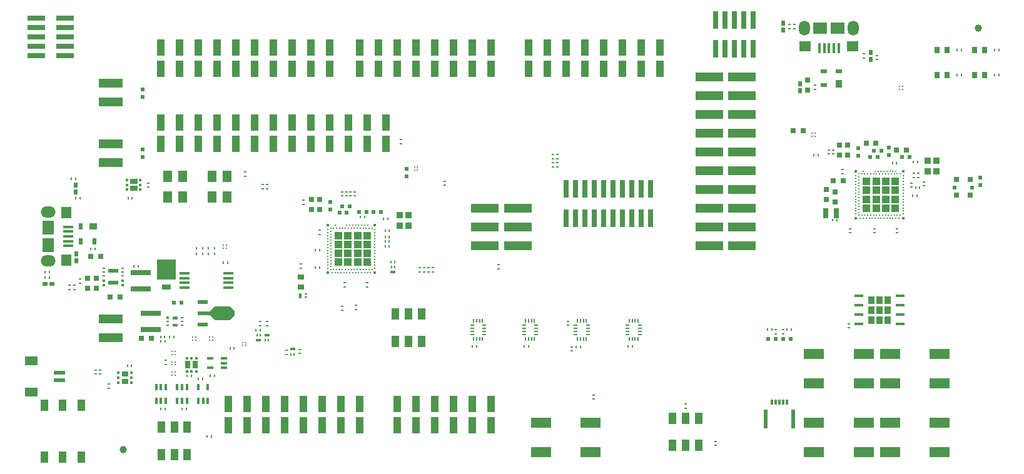
<source format=gtp>
G04*
G04 #@! TF.GenerationSoftware,Altium Limited,Altium Designer,21.3.2 (30)*
G04*
G04 Layer_Color=8421504*
%FSLAX24Y24*%
%MOIN*%
G70*
G04*
G04 #@! TF.SameCoordinates,6AA30765-9C08-4FBD-BEF0-21A24CA35A80*
G04*
G04*
G04 #@! TF.FilePolarity,Positive*
G04*
G01*
G75*
%ADD33O,0.0787X0.0591*%
G04:AMPARAMS|DCode=34|XSize=43.3mil|YSize=39.4mil|CornerRadius=3mil|HoleSize=0mil|Usage=FLASHONLY|Rotation=180.000|XOffset=0mil|YOffset=0mil|HoleType=Round|Shape=RoundedRectangle|*
%AMROUNDEDRECTD34*
21,1,0.0433,0.0335,0,0,180.0*
21,1,0.0374,0.0394,0,0,180.0*
1,1,0.0059,-0.0187,0.0167*
1,1,0.0059,0.0187,0.0167*
1,1,0.0059,0.0187,-0.0167*
1,1,0.0059,-0.0187,-0.0167*
%
%ADD34ROUNDEDRECTD34*%
%ADD35O,0.0591X0.0787*%
%ADD36R,0.0138X0.0118*%
%ADD37R,0.0138X0.0098*%
%ADD38R,0.0551X0.0197*%
%ADD39R,0.0366X0.0445*%
%ADD40R,0.0315X0.0118*%
%ADD41R,0.0197X0.0148*%
%ADD42R,0.0138X0.0138*%
%ADD43R,0.0138X0.0098*%
%ADD44R,0.0138X0.0059*%
%ADD45R,0.0108X0.0118*%
%ADD46R,0.0500X0.0300*%
%ADD47R,0.1000X0.1051*%
%ADD48R,0.0394X0.0630*%
%ADD49O,0.0551X0.0157*%
%ADD50C,0.0093*%
%ADD51O,0.0071X0.0240*%
%ADD52O,0.0240X0.0071*%
%ADD53R,0.0453X0.0177*%
%ADD54R,0.1083X0.0551*%
%ADD55R,0.0106X0.0118*%
%ADD56R,0.0118X0.0106*%
%ADD57R,0.1252X0.0500*%
%ADD58R,0.0236X0.1024*%
%ADD59R,0.0118X0.0315*%
%ADD60R,0.0256X0.0197*%
%ADD61R,0.0335X0.0394*%
%ADD62R,0.0335X0.0236*%
%ADD63R,0.0315X0.0295*%
%ADD64R,0.0472X0.0630*%
%ADD65R,0.0299X0.0945*%
%ADD66R,0.1500X0.0500*%
%ADD67R,0.0402X0.0862*%
%ADD68R,0.0394X0.0591*%
%ADD69R,0.0394X0.0335*%
%ADD70R,0.0236X0.0335*%
%ADD71R,0.0551X0.0630*%
%ADD72R,0.0610X0.0748*%
%ADD73R,0.0531X0.0157*%
%ADD74C,0.0394*%
%ADD75R,0.0295X0.0315*%
%ADD76R,0.0709X0.0472*%
%ADD77R,0.0610X0.0236*%
%ADD78R,0.0098X0.0157*%
%ADD79R,0.0276X0.0157*%
%ADD80R,0.0138X0.0354*%
%ADD81R,0.1063X0.0315*%
%ADD82R,0.0177X0.0165*%
%ADD83R,0.0362X0.0280*%
%ADD84R,0.0217X0.0236*%
%ADD85R,0.0138X0.0098*%
%ADD86R,0.0138X0.0059*%
%ADD87R,0.0551X0.0236*%
%ADD88R,0.0669X0.0236*%
%ADD89R,0.0098X0.0142*%
%ADD90R,0.0300X0.0320*%
%ADD91R,0.0197X0.0236*%
%ADD92R,0.0283X0.0413*%
%ADD93R,0.0315X0.0295*%
%ADD94R,0.0228X0.0197*%
%ADD95R,0.0320X0.0300*%
%ADD96R,0.0157X0.0098*%
%ADD97R,0.0157X0.0276*%
%ADD98C,0.0167*%
%ADD99C,0.0098*%
%ADD100R,0.0295X0.0551*%
%ADD101R,0.0236X0.0197*%
%ADD102R,0.0335X0.0374*%
%ADD103R,0.0413X0.0283*%
%ADD104R,0.0118X0.0138*%
%ADD105R,0.0157X0.0531*%
%ADD106R,0.0748X0.0610*%
%ADD107R,0.0630X0.0551*%
%ADD108R,0.0354X0.0138*%
%ADD109R,0.0945X0.0299*%
%ADD110R,0.0197X0.0256*%
G36*
X11334Y8518D02*
Y8282D01*
X11078Y8026D01*
X10291D01*
X10035Y8282D01*
Y8518D01*
X10291Y8774D01*
X11078D01*
X11334Y8518D01*
D02*
G37*
D33*
X1400Y11201D02*
D03*
Y13799D02*
D03*
D34*
X46546Y14011D02*
D03*
X46034D02*
D03*
X45523D02*
D03*
X45011D02*
D03*
Y14484D02*
D03*
X45523D02*
D03*
X46034D02*
D03*
X46546D02*
D03*
X45011Y14956D02*
D03*
X45523D02*
D03*
X46034D02*
D03*
X46546D02*
D03*
X45011Y15429D02*
D03*
X45523D02*
D03*
X46034D02*
D03*
X46546D02*
D03*
X18396Y11121D02*
D03*
X17884D02*
D03*
X17372D02*
D03*
X16861D02*
D03*
Y11594D02*
D03*
X17372D02*
D03*
X17884D02*
D03*
X18396D02*
D03*
X16861Y12066D02*
D03*
X17372D02*
D03*
X17884D02*
D03*
X18396D02*
D03*
X16861Y12539D02*
D03*
X17372D02*
D03*
X17884D02*
D03*
X18396D02*
D03*
D35*
X44303Y23600D02*
D03*
X41704D02*
D03*
D36*
X4360Y9887D02*
D03*
Y10143D02*
D03*
X5360D02*
D03*
Y9887D02*
D03*
X9292Y5308D02*
D03*
X9036D02*
D03*
X8780D02*
D03*
Y5997D02*
D03*
X9036D02*
D03*
X9292D02*
D03*
D37*
X5360Y10399D02*
D03*
Y10596D02*
D03*
Y10793D02*
D03*
X4360D02*
D03*
Y10596D02*
D03*
Y10399D02*
D03*
D38*
X4860Y10025D02*
D03*
Y10655D02*
D03*
D39*
X46138Y8046D02*
D03*
Y8570D02*
D03*
Y9094D02*
D03*
X45693Y8046D02*
D03*
Y8570D02*
D03*
Y9094D02*
D03*
X45248Y8046D02*
D03*
Y8570D02*
D03*
Y9094D02*
D03*
D40*
X8160Y8137D02*
D03*
X8160Y7783D02*
D03*
D41*
X8160Y8162D02*
D03*
Y7758D02*
D03*
D42*
X7776Y8177D02*
D03*
D43*
Y7960D02*
D03*
Y7763D02*
D03*
X8544D02*
D03*
Y7960D02*
D03*
Y8157D02*
D03*
D44*
X4360Y10793D02*
D03*
Y10596D02*
D03*
Y10399D02*
D03*
X5360D02*
D03*
Y10596D02*
D03*
Y10793D02*
D03*
D45*
X4360Y10143D02*
D03*
Y9887D02*
D03*
X5360D02*
D03*
Y10143D02*
D03*
D46*
X7680Y9810D02*
D03*
D47*
Y10736D02*
D03*
D48*
X8809Y2328D02*
D03*
X8120D02*
D03*
X7431D02*
D03*
Y872D02*
D03*
X8120D02*
D03*
X8809D02*
D03*
X34677Y1354D02*
D03*
X35366D02*
D03*
X36055D02*
D03*
Y2811D02*
D03*
X35366D02*
D03*
X34677D02*
D03*
X19910Y6913D02*
D03*
X20599D02*
D03*
X21288D02*
D03*
Y8370D02*
D03*
X20599D02*
D03*
X19910D02*
D03*
D49*
X10981Y9766D02*
D03*
Y10022D02*
D03*
Y10278D02*
D03*
Y10534D02*
D03*
X8659Y9766D02*
D03*
Y10022D02*
D03*
Y10278D02*
D03*
Y10534D02*
D03*
D50*
X11779Y6845D02*
D03*
X11937D02*
D03*
X11779Y6687D02*
D03*
X11937D02*
D03*
X20921Y16031D02*
D03*
Y16189D02*
D03*
X21079Y16031D02*
D03*
Y16189D02*
D03*
X10741Y11871D02*
D03*
Y12029D02*
D03*
X10899Y11871D02*
D03*
Y12029D02*
D03*
X42111Y17851D02*
D03*
Y18009D02*
D03*
X42269Y17851D02*
D03*
Y18009D02*
D03*
X7991Y5259D02*
D03*
X8149D02*
D03*
X7991Y5101D02*
D03*
X8149D02*
D03*
X7991Y5814D02*
D03*
X8149D02*
D03*
X7991Y5656D02*
D03*
X8149D02*
D03*
X9259Y6961D02*
D03*
X9101D02*
D03*
X9259Y7119D02*
D03*
X9101D02*
D03*
X7991Y6369D02*
D03*
X8149D02*
D03*
X7991Y6211D02*
D03*
X8149D02*
D03*
X10149Y6961D02*
D03*
X9991D02*
D03*
X10149Y7119D02*
D03*
X9991D02*
D03*
X46929Y20351D02*
D03*
X46771D02*
D03*
X46929Y20509D02*
D03*
X46771D02*
D03*
D51*
X27310Y7034D02*
D03*
X27152D02*
D03*
X26995D02*
D03*
X26837D02*
D03*
Y7999D02*
D03*
X26995D02*
D03*
X27152D02*
D03*
X27310D02*
D03*
X32836Y7034D02*
D03*
X32679D02*
D03*
X32521D02*
D03*
X32364D02*
D03*
Y7999D02*
D03*
X32521D02*
D03*
X32679D02*
D03*
X32836D02*
D03*
X30073Y7034D02*
D03*
X29915D02*
D03*
X29758D02*
D03*
X29600D02*
D03*
Y7999D02*
D03*
X29758D02*
D03*
X29915D02*
D03*
X30073D02*
D03*
X24546Y7034D02*
D03*
X24389D02*
D03*
X24231D02*
D03*
X24074D02*
D03*
Y7999D02*
D03*
X24231D02*
D03*
X24389D02*
D03*
X24546D02*
D03*
D52*
X26749Y7280D02*
D03*
Y7437D02*
D03*
Y7595D02*
D03*
Y7752D02*
D03*
X27398D02*
D03*
Y7595D02*
D03*
Y7437D02*
D03*
Y7280D02*
D03*
X32275D02*
D03*
Y7437D02*
D03*
Y7595D02*
D03*
Y7752D02*
D03*
X32925D02*
D03*
Y7595D02*
D03*
Y7437D02*
D03*
Y7280D02*
D03*
X29512D02*
D03*
Y7437D02*
D03*
Y7595D02*
D03*
Y7752D02*
D03*
X30161D02*
D03*
Y7595D02*
D03*
Y7437D02*
D03*
Y7280D02*
D03*
X23985D02*
D03*
Y7437D02*
D03*
Y7595D02*
D03*
Y7752D02*
D03*
X24635D02*
D03*
Y7595D02*
D03*
Y7437D02*
D03*
Y7280D02*
D03*
D53*
X46784Y7820D02*
D03*
Y8320D02*
D03*
Y8820D02*
D03*
Y9320D02*
D03*
X44602Y7820D02*
D03*
Y8320D02*
D03*
Y8820D02*
D03*
Y9320D02*
D03*
D54*
X30309Y985D02*
D03*
Y2560D02*
D03*
X27651Y985D02*
D03*
Y2560D02*
D03*
X48904Y985D02*
D03*
Y2560D02*
D03*
X46247Y985D02*
D03*
Y2560D02*
D03*
X44864Y985D02*
D03*
Y2560D02*
D03*
X42207Y985D02*
D03*
Y2560D02*
D03*
X46247Y6232D02*
D03*
Y4657D02*
D03*
X48904Y6232D02*
D03*
Y4657D02*
D03*
X42207Y6232D02*
D03*
Y4657D02*
D03*
X44864Y6232D02*
D03*
Y4657D02*
D03*
D55*
X39728Y7530D02*
D03*
X39952D02*
D03*
X47478Y14670D02*
D03*
X47702D02*
D03*
X19648Y11150D02*
D03*
X19872D02*
D03*
X47839Y15117D02*
D03*
X47615D02*
D03*
X19347Y12800D02*
D03*
X19571D02*
D03*
X12474Y7486D02*
D03*
X12699D02*
D03*
X19347Y12220D02*
D03*
X19571D02*
D03*
X47722Y16462D02*
D03*
X47497D02*
D03*
X19571Y11958D02*
D03*
X19347D02*
D03*
X19493Y13451D02*
D03*
X19268D02*
D03*
X15861Y11781D02*
D03*
X15636D02*
D03*
X15636Y10846D02*
D03*
X15861D02*
D03*
X18260Y13523D02*
D03*
X18035D02*
D03*
X19571Y12470D02*
D03*
X19347D02*
D03*
X43420Y13352D02*
D03*
X43196D02*
D03*
X40778Y7530D02*
D03*
X41002D02*
D03*
X32298Y6620D02*
D03*
X32522D02*
D03*
X42422Y16840D02*
D03*
X42198D02*
D03*
X8102Y7120D02*
D03*
X7878D02*
D03*
X7612Y7120D02*
D03*
X7388D02*
D03*
X8528Y3310D02*
D03*
X8752D02*
D03*
X10028Y5070D02*
D03*
X10252D02*
D03*
X9408Y4890D02*
D03*
X9632D02*
D03*
X7408Y3310D02*
D03*
X7632D02*
D03*
X10952Y11100D02*
D03*
X10728D02*
D03*
X5958Y10910D02*
D03*
X6182D02*
D03*
X7398Y6900D02*
D03*
X7622D02*
D03*
X1246Y10310D02*
D03*
X1471D02*
D03*
X3664Y11840D02*
D03*
X3888D02*
D03*
X2852Y15560D02*
D03*
X2628D02*
D03*
X3082Y14520D02*
D03*
X2858D02*
D03*
X29749Y6600D02*
D03*
X29524D02*
D03*
X24222Y6620D02*
D03*
X23998D02*
D03*
X26996D02*
D03*
X26771D02*
D03*
X46607Y16413D02*
D03*
X46383D02*
D03*
X10092Y1820D02*
D03*
X9868D02*
D03*
X11312Y6540D02*
D03*
X11088D02*
D03*
X5842Y5610D02*
D03*
X5618D02*
D03*
X1246Y10590D02*
D03*
X1471D02*
D03*
X52051Y21087D02*
D03*
X51826D02*
D03*
X50051D02*
D03*
X49826D02*
D03*
X52051Y22447D02*
D03*
X51826D02*
D03*
X50051D02*
D03*
X49826D02*
D03*
X5872Y14540D02*
D03*
X5648D02*
D03*
X9022Y5060D02*
D03*
X8798D02*
D03*
D56*
X40166Y7533D02*
D03*
Y7308D02*
D03*
X28300Y16862D02*
D03*
Y16638D02*
D03*
X17802Y8818D02*
D03*
Y8594D02*
D03*
X48070Y15410D02*
D03*
Y15186D02*
D03*
X13060Y15028D02*
D03*
Y15252D02*
D03*
X11910Y15932D02*
D03*
Y15708D02*
D03*
X15000Y14198D02*
D03*
Y14422D02*
D03*
X18406Y9799D02*
D03*
Y10023D02*
D03*
X13050Y7728D02*
D03*
Y7952D02*
D03*
X14800Y6482D02*
D03*
Y6258D02*
D03*
X14100Y6432D02*
D03*
Y6208D02*
D03*
X12700Y7728D02*
D03*
Y7952D02*
D03*
X15857Y12604D02*
D03*
Y12828D02*
D03*
X17186Y9799D02*
D03*
Y10023D02*
D03*
X17048Y8559D02*
D03*
Y8784D02*
D03*
X45435Y12913D02*
D03*
Y12688D02*
D03*
X44115Y12913D02*
D03*
Y12688D02*
D03*
X46615D02*
D03*
Y12913D02*
D03*
X28520Y16432D02*
D03*
Y16208D02*
D03*
X28300Y16432D02*
D03*
Y16208D02*
D03*
X4630Y4408D02*
D03*
Y4632D02*
D03*
X7650Y5902D02*
D03*
Y5678D02*
D03*
X3929Y5158D02*
D03*
Y5382D02*
D03*
X4149D02*
D03*
Y5158D02*
D03*
X3090Y10222D02*
D03*
Y9998D02*
D03*
X2800Y9892D02*
D03*
Y9668D02*
D03*
X25400Y11002D02*
D03*
Y10778D02*
D03*
X41157Y23791D02*
D03*
Y23567D02*
D03*
X43010Y16888D02*
D03*
Y17112D02*
D03*
X43230Y16888D02*
D03*
Y17112D02*
D03*
X36950Y1358D02*
D03*
Y1582D02*
D03*
X29090Y7982D02*
D03*
Y7758D02*
D03*
X40564Y7308D02*
D03*
Y7533D02*
D03*
X35370Y3562D02*
D03*
Y3338D02*
D03*
X21890Y10598D02*
D03*
Y10822D02*
D03*
X21653Y10598D02*
D03*
Y10822D02*
D03*
X21417Y10598D02*
D03*
Y10822D02*
D03*
X28520Y16862D02*
D03*
Y16638D02*
D03*
X21180Y10598D02*
D03*
Y10822D02*
D03*
X17730Y14658D02*
D03*
Y14882D02*
D03*
X17510Y14658D02*
D03*
Y14882D02*
D03*
X17290Y14658D02*
D03*
Y14882D02*
D03*
X17070Y14658D02*
D03*
Y14882D02*
D03*
X22520Y15442D02*
D03*
Y15218D02*
D03*
X2520Y9678D02*
D03*
Y9902D02*
D03*
X40887Y23567D02*
D03*
Y23791D02*
D03*
X42254Y20572D02*
D03*
Y20347D02*
D03*
X45570Y21918D02*
D03*
Y22142D02*
D03*
X44867Y22222D02*
D03*
Y21997D02*
D03*
X44063Y7842D02*
D03*
Y7618D02*
D03*
X47531Y15651D02*
D03*
Y15876D02*
D03*
X43731Y16053D02*
D03*
Y15828D02*
D03*
X47393Y15120D02*
D03*
Y15344D02*
D03*
X47747Y15876D02*
D03*
Y15651D02*
D03*
X20200Y17428D02*
D03*
Y17652D02*
D03*
X14850Y10798D02*
D03*
Y11022D02*
D03*
X29310Y6612D02*
D03*
Y6388D02*
D03*
X12830Y15252D02*
D03*
Y15028D02*
D03*
X30470Y4042D02*
D03*
Y3818D02*
D03*
X6740Y15342D02*
D03*
Y15118D02*
D03*
D57*
X4724Y17429D02*
D03*
Y16429D02*
D03*
Y8090D02*
D03*
Y7090D02*
D03*
Y20657D02*
D03*
Y19657D02*
D03*
D58*
X41112Y2767D02*
D03*
X39616D02*
D03*
D59*
X40560Y3673D02*
D03*
X40364D02*
D03*
X40167D02*
D03*
X39970D02*
D03*
X40757D02*
D03*
D60*
X1613Y9967D02*
D03*
X1239D02*
D03*
D61*
X43526Y20634D02*
D03*
D62*
Y21303D02*
D03*
X42719D02*
D03*
Y20555D02*
D03*
D63*
X41864Y20825D02*
D03*
Y20294D02*
D03*
X43338Y14858D02*
D03*
Y14326D02*
D03*
X15414Y14480D02*
D03*
Y13948D02*
D03*
X15857Y14480D02*
D03*
Y13948D02*
D03*
X44007Y16838D02*
D03*
Y17370D02*
D03*
X42875Y14484D02*
D03*
Y15015D02*
D03*
X43564Y17370D02*
D03*
Y16838D02*
D03*
X3970Y9724D02*
D03*
Y10256D02*
D03*
X3500Y9724D02*
D03*
Y10256D02*
D03*
D64*
X7775Y15711D02*
D03*
X8563Y14609D02*
D03*
X7775D02*
D03*
X10137D02*
D03*
X10925D02*
D03*
X8563Y15711D02*
D03*
X10137D02*
D03*
X10925D02*
D03*
D65*
X29000Y15018D02*
D03*
X29500D02*
D03*
X30000D02*
D03*
X30500D02*
D03*
X31000D02*
D03*
X29000Y13482D02*
D03*
X29500D02*
D03*
X30000D02*
D03*
X30500D02*
D03*
X31000D02*
D03*
X33500D02*
D03*
X33000D02*
D03*
X32500D02*
D03*
X32000D02*
D03*
X31500D02*
D03*
X33500Y15018D02*
D03*
X33000D02*
D03*
X32500D02*
D03*
X32000D02*
D03*
X31500D02*
D03*
X38970Y22502D02*
D03*
X38470D02*
D03*
X37970D02*
D03*
X37470D02*
D03*
X36970D02*
D03*
X38970Y24038D02*
D03*
X38470D02*
D03*
X37970D02*
D03*
X37470D02*
D03*
X36970D02*
D03*
D66*
X38375Y12000D02*
D03*
X36625D02*
D03*
X38375Y14000D02*
D03*
X36625D02*
D03*
X38375Y16000D02*
D03*
X36625D02*
D03*
X38375Y17000D02*
D03*
X36625D02*
D03*
X38375Y18000D02*
D03*
X36625D02*
D03*
X38375Y19000D02*
D03*
X36625D02*
D03*
X38375Y20000D02*
D03*
X36625D02*
D03*
X38375Y21000D02*
D03*
X36625D02*
D03*
Y15000D02*
D03*
X38375D02*
D03*
X36625Y13000D02*
D03*
X38375D02*
D03*
X26425Y12000D02*
D03*
X24675D02*
D03*
X26425Y13000D02*
D03*
X24675D02*
D03*
X26425Y14000D02*
D03*
X24675D02*
D03*
D67*
X31000Y21423D02*
D03*
Y22577D02*
D03*
X27000Y21423D02*
D03*
X30000D02*
D03*
X29000Y21423D02*
D03*
X34000Y21423D02*
D03*
X33000D02*
D03*
X27000Y22577D02*
D03*
X30000D02*
D03*
X29000D02*
D03*
X34000D02*
D03*
X33000D02*
D03*
X28000Y21423D02*
D03*
X32000D02*
D03*
X28000Y22577D02*
D03*
X32000D02*
D03*
X7400Y21423D02*
D03*
X13400D02*
D03*
X7400Y22577D02*
D03*
X13400D02*
D03*
X8400Y21423D02*
D03*
X9400Y21423D02*
D03*
X11400D02*
D03*
X12400D02*
D03*
X15400D02*
D03*
X16400D02*
D03*
X8400Y22577D02*
D03*
X9400D02*
D03*
X11400D02*
D03*
X12400D02*
D03*
X15400D02*
D03*
X16400D02*
D03*
X10400Y21423D02*
D03*
X14400Y21423D02*
D03*
X10400Y22577D02*
D03*
X14400D02*
D03*
X14000Y3577D02*
D03*
Y2423D02*
D03*
X18000Y3577D02*
D03*
X15000D02*
D03*
X16000Y3577D02*
D03*
X11000Y3577D02*
D03*
X12000D02*
D03*
X18000Y2423D02*
D03*
X15000D02*
D03*
X16000D02*
D03*
X11000D02*
D03*
X12000D02*
D03*
X17000Y3577D02*
D03*
X13000D02*
D03*
X17000Y2423D02*
D03*
X13000D02*
D03*
X23000Y3577D02*
D03*
X23000Y2423D02*
D03*
X25000Y3577D02*
D03*
X24000D02*
D03*
X21000D02*
D03*
X20000D02*
D03*
X25000Y2423D02*
D03*
X24000D02*
D03*
X21000D02*
D03*
X20000D02*
D03*
X22000Y3577D02*
D03*
Y2423D02*
D03*
X15400Y18577D02*
D03*
Y17423D02*
D03*
X16400Y18577D02*
D03*
Y17423D02*
D03*
X7400D02*
D03*
Y18577D02*
D03*
X11400D02*
D03*
Y17423D02*
D03*
X12400Y18577D02*
D03*
Y17423D02*
D03*
X10400Y18577D02*
D03*
Y17423D02*
D03*
X9400Y18577D02*
D03*
Y17423D02*
D03*
X8400D02*
D03*
Y18577D02*
D03*
X14400Y17423D02*
D03*
Y18577D02*
D03*
X13400Y17423D02*
D03*
Y18577D02*
D03*
X17400Y17423D02*
D03*
Y18577D02*
D03*
X18400Y17423D02*
D03*
Y18577D02*
D03*
X19400Y17423D02*
D03*
Y18577D02*
D03*
X22000Y21423D02*
D03*
Y22577D02*
D03*
X18000Y21423D02*
D03*
X21000D02*
D03*
X20000Y21423D02*
D03*
X25000Y21423D02*
D03*
X24000D02*
D03*
X18000Y22577D02*
D03*
X21000D02*
D03*
X20000D02*
D03*
X25000D02*
D03*
X24000D02*
D03*
X19000Y21423D02*
D03*
X23000D02*
D03*
X19000Y22577D02*
D03*
X23000D02*
D03*
D68*
X3160Y732D02*
D03*
X1192D02*
D03*
X2176D02*
D03*
Y3488D02*
D03*
X1192D02*
D03*
X3160D02*
D03*
D69*
X3791Y13034D02*
D03*
D70*
X3122D02*
D03*
Y12226D02*
D03*
X3870D02*
D03*
D71*
X2365Y13760D02*
D03*
Y11240D02*
D03*
D72*
X1400Y12028D02*
D03*
Y12972D02*
D03*
D73*
X2454Y11988D02*
D03*
Y12244D02*
D03*
Y13012D02*
D03*
Y12756D02*
D03*
Y12500D02*
D03*
D74*
X50973Y23600D02*
D03*
X5411Y1120D02*
D03*
D75*
X3660Y11440D02*
D03*
X4192D02*
D03*
X43229Y15468D02*
D03*
X43761D02*
D03*
X47137Y17112D02*
D03*
X46605D02*
D03*
X45513Y17466D02*
D03*
X44981D02*
D03*
X41626Y18140D02*
D03*
X41094D02*
D03*
X5226Y9280D02*
D03*
X4694D02*
D03*
X6886Y7070D02*
D03*
X6354D02*
D03*
D76*
X484Y4203D02*
D03*
Y5857D02*
D03*
D77*
X2010Y4833D02*
D03*
Y5227D02*
D03*
D78*
X12521Y7238D02*
D03*
X12699D02*
D03*
X13139Y6962D02*
D03*
X12961D02*
D03*
X14509Y6212D02*
D03*
X14331D02*
D03*
X19686Y10880D02*
D03*
X19863D02*
D03*
D79*
X12610Y6962D02*
D03*
X13050Y7238D02*
D03*
X14420Y6488D02*
D03*
X19775Y10605D02*
D03*
D80*
X9394Y4474D02*
D03*
X9906D02*
D03*
Y3726D02*
D03*
X9650D02*
D03*
X9394D02*
D03*
X8786Y3726D02*
D03*
X8530D02*
D03*
X8274D02*
D03*
Y4474D02*
D03*
X8530D02*
D03*
X8786D02*
D03*
X7666Y3726D02*
D03*
X7410D02*
D03*
X7154D02*
D03*
Y4474D02*
D03*
X7410D02*
D03*
X7666D02*
D03*
D81*
X6850Y8413D02*
D03*
Y7547D02*
D03*
X6340Y9687D02*
D03*
Y10553D02*
D03*
D82*
X5124Y5226D02*
D03*
Y4970D02*
D03*
Y4714D02*
D03*
X5836D02*
D03*
Y4970D02*
D03*
Y5226D02*
D03*
D83*
X5480Y5157D02*
D03*
Y4783D02*
D03*
D84*
X6430Y20327D02*
D03*
Y19933D02*
D03*
Y16742D02*
D03*
Y17136D02*
D03*
D85*
X7776Y8177D02*
D03*
D86*
Y7960D02*
D03*
Y7763D02*
D03*
X8544D02*
D03*
Y7960D02*
D03*
Y8157D02*
D03*
D87*
X9641Y8991D02*
D03*
Y7809D02*
D03*
D88*
X9700Y8400D02*
D03*
D89*
X10260Y11553D02*
D03*
Y11884D02*
D03*
X9940Y11553D02*
D03*
Y11884D02*
D03*
X9300Y11553D02*
D03*
Y11884D02*
D03*
X9620Y11553D02*
D03*
Y11884D02*
D03*
D90*
X51313Y21087D02*
D03*
X50763D02*
D03*
X49313D02*
D03*
X48763D02*
D03*
X51313Y22447D02*
D03*
X50763D02*
D03*
X49313D02*
D03*
X48763D02*
D03*
D91*
X20490Y15703D02*
D03*
Y16097D02*
D03*
X51050Y15637D02*
D03*
Y15243D02*
D03*
X16428Y13926D02*
D03*
Y14320D02*
D03*
X44578Y16816D02*
D03*
Y17210D02*
D03*
X46202Y16836D02*
D03*
Y17230D02*
D03*
D92*
X9229Y5652D02*
D03*
X8843D02*
D03*
D93*
X49793Y14711D02*
D03*
Y15518D02*
D03*
X50541D02*
D03*
Y14711D02*
D03*
D94*
X49710Y15115D02*
D03*
X50623D02*
D03*
D95*
X14850Y10335D02*
D03*
Y9785D02*
D03*
D96*
X15118Y9439D02*
D03*
Y9261D02*
D03*
D97*
X14842Y9350D02*
D03*
D98*
X44440Y15980D02*
D03*
Y13460D02*
D03*
X46960D02*
D03*
Y15980D02*
D03*
X16290Y13090D02*
D03*
Y10570D02*
D03*
X18809D02*
D03*
Y13090D02*
D03*
D99*
X46566Y15980D02*
D03*
X46723Y13460D02*
D03*
X46566D02*
D03*
X46802Y13618D02*
D03*
Y15822D02*
D03*
X44440Y13696D02*
D03*
X46409Y13460D02*
D03*
X46251D02*
D03*
X46094D02*
D03*
X45936D02*
D03*
X45779D02*
D03*
X45621D02*
D03*
X45464D02*
D03*
X45306D02*
D03*
X45149D02*
D03*
X44991D02*
D03*
X44834D02*
D03*
X44676D02*
D03*
X46645Y13618D02*
D03*
X46487D02*
D03*
X46330D02*
D03*
X46172D02*
D03*
X46015D02*
D03*
X45857D02*
D03*
X45700D02*
D03*
X45542D02*
D03*
X45385D02*
D03*
X45227D02*
D03*
X45070D02*
D03*
X44912D02*
D03*
X44755D02*
D03*
X44597D02*
D03*
Y13775D02*
D03*
Y13933D02*
D03*
X44440Y13854D02*
D03*
Y14011D02*
D03*
X44597Y14090D02*
D03*
X46960Y14169D02*
D03*
X44440D02*
D03*
X44597Y14248D02*
D03*
X46960Y14326D02*
D03*
X44440D02*
D03*
X44597Y14405D02*
D03*
X46960Y14484D02*
D03*
X44440D02*
D03*
X44597Y14563D02*
D03*
X46960Y14641D02*
D03*
X44440D02*
D03*
X44597Y14720D02*
D03*
X46960Y14799D02*
D03*
X44440D02*
D03*
X44597Y14877D02*
D03*
X46960Y14956D02*
D03*
X44440D02*
D03*
X44597Y15035D02*
D03*
X46960Y15114D02*
D03*
X44440D02*
D03*
X44597Y15192D02*
D03*
X46960Y15271D02*
D03*
X44440D02*
D03*
X44597Y15350D02*
D03*
X46960Y15429D02*
D03*
X44440D02*
D03*
X44597Y15507D02*
D03*
X46960Y15586D02*
D03*
X44440D02*
D03*
X44597Y15665D02*
D03*
X46960Y15744D02*
D03*
X44440D02*
D03*
X46172Y15822D02*
D03*
X46015D02*
D03*
X45857D02*
D03*
X45700D02*
D03*
X45542D02*
D03*
X45385D02*
D03*
X45227D02*
D03*
X45070D02*
D03*
X44912D02*
D03*
X44755D02*
D03*
X44597D02*
D03*
X46409Y15980D02*
D03*
X46251D02*
D03*
X46094D02*
D03*
X45936D02*
D03*
X45779D02*
D03*
X45621D02*
D03*
X45464D02*
D03*
X44834D02*
D03*
X46330Y15822D02*
D03*
X46487D02*
D03*
X46645D02*
D03*
X46960Y14011D02*
D03*
Y13854D02*
D03*
Y13696D02*
D03*
X16447Y12145D02*
D03*
Y10885D02*
D03*
X18416Y13090D02*
D03*
X18573Y10570D02*
D03*
X18416D02*
D03*
X18652Y10728D02*
D03*
Y12932D02*
D03*
X16290Y10806D02*
D03*
X18258Y10570D02*
D03*
X18101D02*
D03*
X17943D02*
D03*
X17786D02*
D03*
X17628D02*
D03*
X17471D02*
D03*
X17313D02*
D03*
X17156D02*
D03*
X16998D02*
D03*
X16841D02*
D03*
X16683D02*
D03*
X16526D02*
D03*
X18494Y10728D02*
D03*
X18337D02*
D03*
X18180D02*
D03*
X18022D02*
D03*
X17865D02*
D03*
X17707D02*
D03*
X17550D02*
D03*
X17392D02*
D03*
X17235D02*
D03*
X17077D02*
D03*
X16920D02*
D03*
X16762D02*
D03*
X16605D02*
D03*
X16447D02*
D03*
Y11043D02*
D03*
X16290Y10964D02*
D03*
Y11121D02*
D03*
X16447Y11200D02*
D03*
X18809Y11279D02*
D03*
X16290D02*
D03*
X16447Y11358D02*
D03*
X18809Y11436D02*
D03*
X16290D02*
D03*
X16447Y11515D02*
D03*
X18809Y11594D02*
D03*
X16290D02*
D03*
X16447Y11673D02*
D03*
X18809Y11751D02*
D03*
X16290D02*
D03*
X16447Y11830D02*
D03*
X18809Y11909D02*
D03*
X16290D02*
D03*
X16447Y11987D02*
D03*
X18809Y12066D02*
D03*
X16290D02*
D03*
X18809Y12224D02*
D03*
X16290D02*
D03*
X16447Y12302D02*
D03*
X18809Y12381D02*
D03*
X16290D02*
D03*
X16447Y12460D02*
D03*
X18809Y12539D02*
D03*
X16290D02*
D03*
X16447Y12617D02*
D03*
X18809Y12696D02*
D03*
X16290D02*
D03*
X16447Y12775D02*
D03*
X18809Y12854D02*
D03*
X16290D02*
D03*
X18022Y12932D02*
D03*
X17865D02*
D03*
X17707D02*
D03*
X17550D02*
D03*
X17392D02*
D03*
X17235D02*
D03*
X17077D02*
D03*
X16920D02*
D03*
X16762D02*
D03*
X16605D02*
D03*
X16447D02*
D03*
X18258Y13090D02*
D03*
X18101D02*
D03*
X17943D02*
D03*
X17786D02*
D03*
X17628D02*
D03*
X17471D02*
D03*
X17313D02*
D03*
X16683D02*
D03*
X18180Y12932D02*
D03*
X18337D02*
D03*
X18494D02*
D03*
X18809Y11121D02*
D03*
Y10964D02*
D03*
Y10806D02*
D03*
D100*
X42836Y13746D02*
D03*
X43407D02*
D03*
D101*
X17451Y14115D02*
D03*
X17057D02*
D03*
X18741Y13808D02*
D03*
X19134D02*
D03*
X16920Y13771D02*
D03*
X17313D02*
D03*
X18357Y13808D02*
D03*
X17963D02*
D03*
X45405Y17064D02*
D03*
X45798D02*
D03*
X40967Y7037D02*
D03*
X40573D02*
D03*
X40167D02*
D03*
X39773D02*
D03*
X46891Y16718D02*
D03*
X47284D02*
D03*
X8507Y8970D02*
D03*
X8113D02*
D03*
X45188Y16730D02*
D03*
X45582D02*
D03*
D102*
X20128Y13062D02*
D03*
X20581D02*
D03*
Y13633D02*
D03*
X20128D02*
D03*
X48279Y15952D02*
D03*
X48731D02*
D03*
Y16523D02*
D03*
X48279D02*
D03*
D103*
X5950Y15057D02*
D03*
Y15443D02*
D03*
D104*
X5606Y15506D02*
D03*
Y15250D02*
D03*
Y14994D02*
D03*
X6294D02*
D03*
Y15250D02*
D03*
Y15506D02*
D03*
D105*
X43004Y22547D02*
D03*
X43259D02*
D03*
X43515D02*
D03*
X42748D02*
D03*
X42492D02*
D03*
D106*
X43476Y23600D02*
D03*
X42531D02*
D03*
D107*
X41744Y22635D02*
D03*
X44263D02*
D03*
D108*
X10026Y5494D02*
D03*
Y6006D02*
D03*
X10774D02*
D03*
Y5750D02*
D03*
Y5494D02*
D03*
D109*
X762Y22140D02*
D03*
Y22640D02*
D03*
Y23140D02*
D03*
Y23640D02*
D03*
Y24140D02*
D03*
X2298Y22140D02*
D03*
Y22640D02*
D03*
Y23140D02*
D03*
Y23640D02*
D03*
Y24140D02*
D03*
D110*
X40557Y23866D02*
D03*
Y23492D02*
D03*
X2900Y11190D02*
D03*
Y11564D02*
D03*
X41474Y20263D02*
D03*
Y20637D02*
D03*
X2860Y15227D02*
D03*
Y14853D02*
D03*
X45217Y21923D02*
D03*
Y22297D02*
D03*
M02*

</source>
